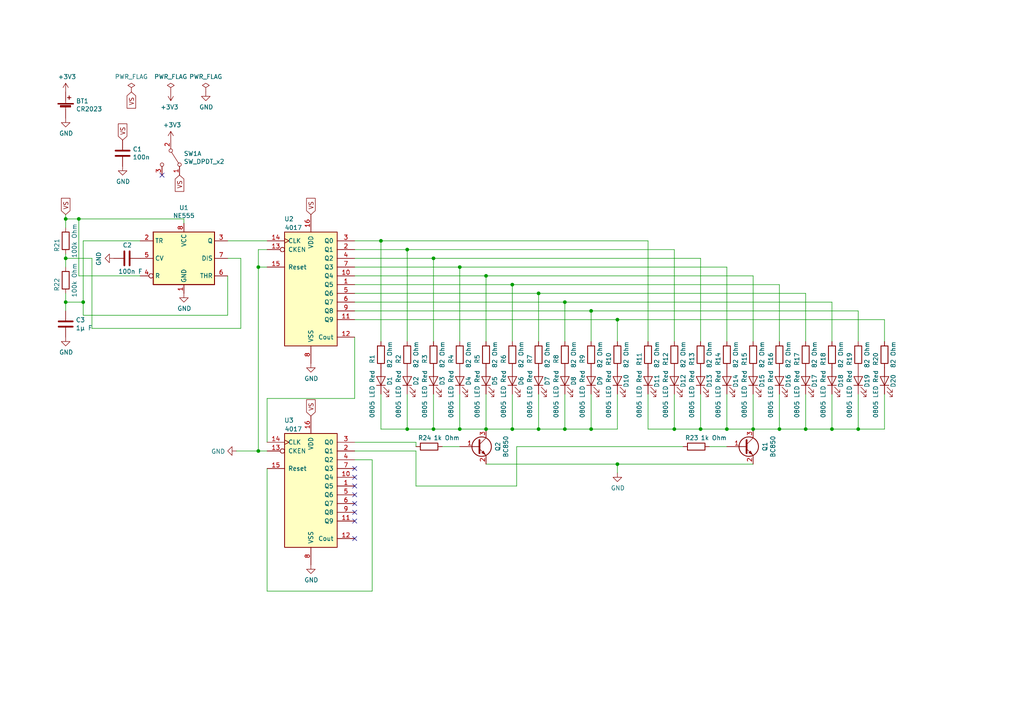
<source format=kicad_sch>
(kicad_sch (version 20250114) (generator "eeschema") (generator_version "9.0")
  (paper "A4")
  (title_block (title "SMD-Lauflicht") (date "2021-04-24") (rev "V1.0") (company "Binary Kitchen e.V."))
  (lib_symbols
    (symbol "4xxx:4017" (pin_names (offset 1.016))
      (property "Reference" "U" (at -7.62 16.51 0))
      (property "Value" "4xxx_4017" (at -7.62 -19.05 0))
      (symbol "4017_1_0"
        (pin input clock (at -12.7 12.7 0) (length 5.08) (name "CLK") (number "14"))
        (pin input inverted (at -12.7 10.16 0) (length 5.08) (name "CKEN") (number "13"))
        (pin input line (at -12.7 5.08 0) (length 5.08) (name "Reset") (number "15"))
        (pin power_in line (at 0 20.32 270) (length 5.08) (name "VDD") (number "16"))
        (pin power_in line (at 0 -22.86 90) (length 5.08) (name "VSS") (number "8"))
        (pin output line (at 12.7 12.7 180) (length 5.08) (name "Q0") (number "3"))
        (pin output line (at 12.7 10.16 180) (length 5.08) (name "Q1") (number "2"))
        (pin output line (at 12.7 7.62 180) (length 5.08) (name "Q2") (number "4"))
        (pin output line (at 12.7 5.08 180) (length 5.08) (name "Q3") (number "7"))
        (pin output line (at 12.7 2.54 180) (length 5.08) (name "Q4") (number "10"))
        (pin output line (at 12.7 0 180) (length 5.08) (name "Q5") (number "1"))
        (pin output line (at 12.7 -2.54 180) (length 5.08) (name "Q6") (number "5"))
        (pin output line (at 12.7 -5.08 180) (length 5.08) (name "Q7") (number "6"))
        (pin output line (at 12.7 -7.62 180) (length 5.08) (name "Q8") (number "9"))
        (pin output line (at 12.7 -10.16 180) (length 5.08) (name "Q9") (number "11"))
        (pin output line (at 12.7 -15.24 180) (length 5.08) (name "Cout") (number "12"))
      )
      (symbol "4017_1_1"
        (rectangle (start -7.62 15.24) (end 7.62 -17.78) (stroke (width 0.254)) (fill (type background)))
      )
    )
    (symbol "Device:Battery_Cell" (pin_numbers (hide yes)) (pin_names (offset 0) (hide yes))
      (property "Reference" "BT" (at 2.54 2.54 0))
      (property "Value" "Device_Battery_Cell" (at 2.54 0 0))
      (symbol "Battery_Cell_0_1"
        (rectangle (start -2.286 1.778) (end 2.286 1.524) (fill (type outline)))
        (rectangle (start -1.5748 1.1938) (end 1.4732 0.6858) (fill (type outline)))
        (polyline (pts (xy 0 1.778) (xy 0 2.54)))
        (polyline (pts (xy 0 0.762) (xy 0 0)))
        (polyline (pts (xy 0.508 3.429) (xy 1.524 3.429)) (stroke (width 0.254)))
        (polyline (pts (xy 1.016 3.937) (xy 1.016 2.921)) (stroke (width 0.254)))
      )
      (symbol "Battery_Cell_1_1"
        (pin passive line (at 0 5.08 270) (length 2.54) (name "+") (number "1"))
        (pin passive line (at 0 -2.54 90) (length 2.54) (name "-") (number "2"))
      )
    )
    (symbol "Device:C" (pin_numbers (hide yes)) (pin_names (offset 0.254))
      (property "Reference" "C" (at 0.635 2.54 0))
      (property "Value" "Device_C" (at 0.635 -2.54 0))
      (symbol "C_0_1"
        (polyline (pts (xy -2.032 0.762) (xy 2.032 0.762)) (stroke (width 0.508)))
        (polyline (pts (xy -2.032 -0.762) (xy 2.032 -0.762)) (stroke (width 0.508)))
      )
      (symbol "C_1_1"
        (pin passive line (at 0 3.81 270) (length 2.794) (name "~") (number "1"))
        (pin passive line (at 0 -3.81 90) (length 2.794) (name "~") (number "2"))
      )
    )
    (symbol "Device:LED" (pin_numbers (hide yes)) (pin_names (offset 1.016) (hide yes))
      (property "Reference" "D" (at 0 2.54 0))
      (property "Value" "Device_LED" (at 0 -2.54 0))
      (symbol "LED_0_1"
        (polyline (pts (xy -3.048 -0.762) (xy -4.572 -2.286) (xy -3.81 -2.286) (xy -4.572 -2.286) (xy -4.572 -1.524)))
        (polyline (pts (xy -1.778 -0.762) (xy -3.302 -2.286) (xy -2.54 -2.286) (xy -3.302 -2.286) (xy -3.302 -1.524)))
        (polyline (pts (xy -1.27 0) (xy 1.27 0)))
        (polyline (pts (xy -1.27 -1.27) (xy -1.27 1.27)) (stroke (width 0.2032)))
        (polyline (pts (xy 1.27 -1.27) (xy 1.27 1.27) (xy -1.27 0) (xy 1.27 -1.27)) (stroke (width 0.2032)))
      )
      (symbol "LED_1_1"
        (pin passive line (at -3.81 0 0) (length 2.54) (name "K") (number "1"))
        (pin passive line (at 3.81 0 180) (length 2.54) (name "A") (number "2"))
      )
    )
    (symbol "Device:R" (pin_numbers (hide yes)) (pin_names (offset 0))
      (property "Reference" "R" (at 2.032 0 90))
      (property "Value" "Device_R" (at 0 0 90))
      (symbol "R_0_1"
        (rectangle (start -1.016 -2.54) (end 1.016 2.54) (stroke (width 0.254)))
      )
      (symbol "R_1_1"
        (pin passive line (at 0 3.81 270) (length 1.27) (name "~") (number "1"))
        (pin passive line (at 0 -3.81 90) (length 1.27) (name "~") (number "2"))
      )
    )
    (symbol "Switch:SW_DPDT_x2" (pin_names (offset 0) (hide yes))
      (property "Reference" "SW" (at 0 4.318 0))
      (property "Value" "SW_DPDT_x2" (at 0 -5.08 0))
      (symbol "SW_DPDT_x2_0_0"
        (circle (center -2.032 0) (radius 0.508))
        (circle (center 2.032 -2.54) (radius 0.508))
      )
      (symbol "SW_DPDT_x2_0_1"
        (polyline (pts (xy -1.524 0.254) (xy 1.651 2.286)))
        (circle (center 2.032 2.54) (radius 0.508))
      )
      (symbol "SW_DPDT_x2_1_1"
        (pin passive line (at -5.08 0 0) (length 2.54) (name "B") (number "2"))
        (pin passive line (at 5.08 2.54 180) (length 2.54) (name "A") (number "1"))
        (pin passive line (at 5.08 -2.54 180) (length 2.54) (name "C") (number "3"))
      )
      (symbol "SW_DPDT_x2_2_1"
        (pin passive line (at -5.08 0 0) (length 2.54) (name "B") (number "5"))
        (pin passive line (at 5.08 2.54 180) (length 2.54) (name "A") (number "4"))
        (pin passive line (at 5.08 -2.54 180) (length 2.54) (name "C") (number "6"))
      )
    )
    (symbol "Timer:NE555"
      (property "Reference" "U" (at -10.16 8.89 0))
      (property "Value" "Timer_NE555" (at 2.54 8.89 0))
      (symbol "NE555_0_0"
        (pin power_in line (at 0 10.16 270) (length 2.54) (name "VCC") (number "8"))
        (pin power_in line (at 0 -10.16 90) (length 2.54) (name "GND") (number "1"))
      )
      (symbol "NE555_0_1"
        (rectangle (start -8.89 -7.62) (end 8.89 7.62) (stroke (width 0.254)) (fill (type background)))
        (rectangle (start -8.89 -7.62) (end 8.89 7.62) (stroke (width 0.254)) (fill (type background)))
      )
      (symbol "NE555_1_1"
        (pin input line (at -12.7 5.08 0) (length 3.81) (name "TR") (number "2"))
        (pin input line (at -12.7 0 0) (length 3.81) (name "CV") (number "5"))
        (pin input inverted (at -12.7 -5.08 0) (length 3.81) (name "R") (number "4"))
        (pin output line (at 12.7 5.08 180) (length 3.81) (name "Q") (number "3"))
        (pin input line (at 12.7 0 180) (length 3.81) (name "DIS") (number "7"))
        (pin input line (at 12.7 -5.08 180) (length 3.81) (name "THR") (number "6"))
      )
    )
    (symbol "Transistor_BJT:BC850" (pin_names (offset 0) (hide yes))
      (property "Reference" "Q" (at 5.08 1.905 0))
      (property "Value" "Transistor_BJT_BC850" (at 5.08 0 0))
      (symbol "BC850_0_1"
        (polyline (pts (xy 0.635 1.905) (xy 0.635 -1.905) (xy 0.635 -1.905)) (stroke (width 0.508)))
        (polyline (pts (xy 0.635 0.635) (xy 2.54 2.54)))
        (polyline (pts (xy 0.635 -0.635) (xy 2.54 -2.54) (xy 2.54 -2.54)))
        (circle (center 1.27 0) (radius 2.8194) (stroke (width 0.254)))
        (polyline (pts (xy 1.27 -1.778) (xy 1.778 -1.27) (xy 2.286 -2.286) (xy 1.27 -1.778) (xy 1.27 -1.778)) (fill (type outline)))
      )
      (symbol "BC850_1_1"
        (pin input line (at -5.08 0 0) (length 5.715) (name "B") (number "1"))
        (pin passive line (at 2.54 5.08 270) (length 2.54) (name "C") (number "3"))
        (pin passive line (at 2.54 -5.08 90) (length 2.54) (name "E") (number "2"))
      )
    )
    (symbol "power:+3.3V" (power) (pin_names (offset 0))
      (property "Value" "+3.3V" (at 0 3.556 0))
      (symbol "+3.3V_0_1"
        (polyline (pts (xy -0.762 1.27) (xy 0 2.54)))
        (polyline (pts (xy 0 2.54) (xy 0.762 1.27)))
        (polyline (pts (xy 0 0) (xy 0 2.54)))
      )
      (symbol "+3.3V_1_1"
        (pin power_in line (at 0 0 90) (length 0) (hide yes) (name "+3V3") (number "1"))
      )
    )
    (symbol "power:GND" (power) (pin_names (offset 0))
      (property "Value" "GND" (at 0 -3.81 0))
      (symbol "GND_0_1"
        (polyline (pts (xy 0 0) (xy 0 -1.27) (xy 1.27 -1.27) (xy 0 -2.54) (xy -1.27 -1.27) (xy 0 -1.27)))
      )
      (symbol "GND_1_1"
        (pin power_in line (at 0 0 270) (length 0) (hide yes) (name "GND") (number "1"))
      )
    )
    (symbol "power:PWR_FLAG" (power) (pin_numbers (hide yes)) (pin_names (offset 0) (hide yes))
      (property "Value" "PWR_FLAG" (at 0 3.81 0))
      (symbol "PWR_FLAG_0_0"
        (pin power_out line (at 0 0 90) (length 0) (name "pwr") (number "1"))
      )
      (symbol "PWR_FLAG_0_1"
        (polyline (pts (xy 0 0) (xy 0 1.27) (xy -1.016 1.905) (xy 0 2.54) (xy 1.016 1.905) (xy 0 1.27)))
      )
    )
  )
  (junction (at 203.2 124.46))
  (junction (at 19.05 87.63))
  (junction (at 148.59 82.55))
  (junction (at 133.35 77.47))
  (junction (at 171.45 124.46))
  (junction (at 118.11 124.46))
  (junction (at 140.97 80.01))
  (junction (at 156.21 124.46))
  (junction (at 19.05 74.93))
  (junction (at 226.06 124.46))
  (junction (at 179.07 92.71))
  (junction (at 210.82 124.46))
  (junction (at 195.58 124.46))
  (junction (at 241.3 124.46))
  (junction (at 74.93 130.81))
  (junction (at 110.49 69.85))
  (junction (at 233.68 124.46))
  (junction (at 148.59 124.46))
  (junction (at 140.97 124.46))
  (junction (at 19.05 63.5))
  (junction (at 24.13 87.63))
  (junction (at 156.21 85.09))
  (junction (at 179.07 134.62))
  (junction (at 171.45 90.17))
  (junction (at 118.11 72.39))
  (junction (at 133.35 124.46))
  (junction (at 248.92 124.46))
  (junction (at 125.73 124.46))
  (junction (at 22.86 63.5))
  (junction (at 163.83 87.63))
  (junction (at 125.73 74.93))
  (junction (at 74.93 77.47))
  (junction (at 218.44 124.46))
  (junction (at 163.83 124.46))
  (no_connect (at 102.87 135.89))
  (no_connect (at 102.87 151.13))
  (no_connect (at 102.87 146.05))
  (no_connect (at 102.87 140.97))
  (no_connect (at 46.99 50.8))
  (no_connect (at 102.87 148.59))
  (no_connect (at 102.87 156.21))
  (no_connect (at 102.87 143.51))
  (no_connect (at 102.87 138.43))
  (wire (pts (xy 102.87 128.27) (xy 120.65 128.27)))
  (wire (pts (xy 256.54 124.46) (xy 256.54 114.3)))
  (wire (pts (xy 218.44 99.06) (xy 218.44 80.01)))
  (wire (pts (xy 156.21 114.3) (xy 156.21 124.46)))
  (wire (pts (xy 19.05 74.93) (xy 19.05 77.47)))
  (wire (pts (xy 110.49 69.85) (xy 187.96 69.85)))
  (wire (pts (xy 195.58 124.46) (xy 203.2 124.46)))
  (wire (pts (xy 19.05 63.5) (xy 19.05 66.04)))
  (wire (pts (xy 125.73 99.06) (xy 125.73 74.93)))
  (wire (pts (xy 233.68 114.3) (xy 233.68 124.46)))
  (wire (pts (xy 19.05 62.23) (xy 19.05 63.5)))
  (wire (pts (xy 156.21 124.46) (xy 163.83 124.46)))
  (wire (pts (xy 203.2 99.06) (xy 203.2 74.93)))
  (wire (pts (xy 248.92 114.3) (xy 248.92 124.46)))
  (wire (pts (xy 125.73 114.3) (xy 125.73 124.46)))
  (wire (pts (xy 68.58 130.81) (xy 74.93 130.81)))
  (wire (pts (xy 102.87 82.55) (xy 148.59 82.55)))
  (wire (pts (xy 210.82 124.46) (xy 218.44 124.46)))
  (wire (pts (xy 133.35 114.3) (xy 133.35 124.46)))
  (wire (pts (xy 179.07 92.71) (xy 179.07 99.06)))
  (wire (pts (xy 171.45 114.3) (xy 171.45 124.46)))
  (wire (pts (xy 102.87 133.35) (xy 107.95 133.35)))
  (wire (pts (xy 140.97 99.06) (xy 140.97 80.01)))
  (wire (pts (xy 66.04 74.93) (xy 69.85 74.93)))
  (wire (pts (xy 149.86 129.54) (xy 149.86 140.97)))
  (wire (pts (xy 66.04 91.44) (xy 66.04 80.01)))
  (wire (pts (xy 120.65 140.97) (xy 120.65 130.81)))
  (wire (pts (xy 226.06 99.06) (xy 226.06 82.55)))
  (wire (pts (xy 256.54 92.71) (xy 256.54 99.06)))
  (wire (pts (xy 241.3 124.46) (xy 248.92 124.46)))
  (wire (pts (xy 102.87 90.17) (xy 171.45 90.17)))
  (wire (pts (xy 163.83 99.06) (xy 163.83 87.63)))
  (wire (pts (xy 187.96 114.3) (xy 187.96 124.46)))
  (wire (pts (xy 102.87 69.85) (xy 110.49 69.85)))
  (wire (pts (xy 19.05 87.63) (xy 19.05 90.17)))
  (wire (pts (xy 179.07 92.71) (xy 102.87 92.71)))
  (wire (pts (xy 179.07 124.46) (xy 179.07 114.3)))
  (wire (pts (xy 40.64 69.85) (xy 24.13 69.85)))
  (wire (pts (xy 74.93 77.47) (xy 74.93 72.39)))
  (wire (pts (xy 248.92 90.17) (xy 171.45 90.17)))
  (wire (pts (xy 128.27 129.54) (xy 133.35 129.54)))
  (wire (pts (xy 187.96 124.46) (xy 195.58 124.46)))
  (wire (pts (xy 156.21 99.06) (xy 156.21 85.09)))
  (wire (pts (xy 40.64 80.01) (xy 22.86 80.01)))
  (wire (pts (xy 110.49 99.06) (xy 110.49 69.85)))
  (wire (pts (xy 163.83 124.46) (xy 171.45 124.46)))
  (wire (pts (xy 179.07 134.62) (xy 218.44 134.62)))
  (wire (pts (xy 148.59 99.06) (xy 148.59 82.55)))
  (wire (pts (xy 163.83 87.63) (xy 102.87 87.63)))
  (wire (pts (xy 148.59 82.55) (xy 226.06 82.55)))
  (wire (pts (xy 148.59 114.3) (xy 148.59 124.46)))
  (wire (pts (xy 156.21 85.09) (xy 102.87 85.09)))
  (wire (pts (xy 77.47 115.57) (xy 77.47 128.27)))
  (wire (pts (xy 118.11 99.06) (xy 118.11 72.39)))
  (wire (pts (xy 210.82 114.3) (xy 210.82 124.46)))
  (wire (pts (xy 179.07 134.62) (xy 179.07 137.16)))
  (wire (pts (xy 77.47 77.47) (xy 74.93 77.47)))
  (wire (pts (xy 241.3 114.3) (xy 241.3 124.46)))
  (wire (pts (xy 171.45 124.46) (xy 179.07 124.46)))
  (wire (pts (xy 74.93 130.81) (xy 77.47 130.81)))
  (wire (pts (xy 22.86 63.5) (xy 19.05 63.5)))
  (wire (pts (xy 24.13 91.44) (xy 66.04 91.44)))
  (wire (pts (xy 110.49 124.46) (xy 118.11 124.46)))
  (wire (pts (xy 66.04 69.85) (xy 77.47 69.85)))
  (wire (pts (xy 19.05 73.66) (xy 19.05 74.93)))
  (wire (pts (xy 24.13 69.85) (xy 24.13 87.63)))
  (wire (pts (xy 163.83 114.3) (xy 163.83 124.46)))
  (wire (pts (xy 77.47 171.45) (xy 107.95 171.45)))
  (wire (pts (xy 210.82 77.47) (xy 133.35 77.47)))
  (wire (pts (xy 53.34 63.5) (xy 53.34 64.77)))
  (wire (pts (xy 120.65 128.27) (xy 120.65 129.54)))
  (wire (pts (xy 24.13 87.63) (xy 24.13 91.44)))
  (wire (pts (xy 102.87 97.79) (xy 102.87 115.57)))
  (wire (pts (xy 125.73 124.46) (xy 133.35 124.46)))
  (wire (pts (xy 22.86 80.01) (xy 22.86 63.5)))
  (wire (pts (xy 233.68 99.06) (xy 233.68 85.09)))
  (wire (pts (xy 218.44 124.46) (xy 226.06 124.46)))
  (wire (pts (xy 69.85 95.25) (xy 26.67 95.25)))
  (wire (pts (xy 187.96 99.06) (xy 187.96 69.85)))
  (wire (pts (xy 110.49 114.3) (xy 110.49 124.46)))
  (wire (pts (xy 118.11 72.39) (xy 195.58 72.39)))
  (wire (pts (xy 107.95 133.35) (xy 107.95 171.45)))
  (wire (pts (xy 210.82 129.54) (xy 205.74 129.54)))
  (wire (pts (xy 19.05 85.09) (xy 19.05 87.63)))
  (wire (pts (xy 19.05 74.93) (xy 26.67 74.93)))
  (wire (pts (xy 195.58 114.3) (xy 195.58 124.46)))
  (wire (pts (xy 179.07 92.71) (xy 256.54 92.71)))
  (wire (pts (xy 140.97 124.46) (xy 148.59 124.46)))
  (wire (pts (xy 210.82 99.06) (xy 210.82 77.47)))
  (wire (pts (xy 77.47 135.89) (xy 77.47 171.45)))
  (wire (pts (xy 203.2 74.93) (xy 125.73 74.93)))
  (wire (pts (xy 26.67 95.25) (xy 26.67 74.93)))
  (wire (pts (xy 248.92 124.46) (xy 256.54 124.46)))
  (wire (pts (xy 133.35 99.06) (xy 133.35 77.47)))
  (wire (pts (xy 53.34 63.5) (xy 22.86 63.5)))
  (wire (pts (xy 133.35 124.46) (xy 140.97 124.46)))
  (wire (pts (xy 218.44 114.3) (xy 218.44 124.46)))
  (wire (pts (xy 163.83 87.63) (xy 241.3 87.63)))
  (wire (pts (xy 140.97 134.62) (xy 179.07 134.62)))
  (wire (pts (xy 140.97 114.3) (xy 140.97 124.46)))
  (wire (pts (xy 226.06 124.46) (xy 233.68 124.46)))
  (wire (pts (xy 74.93 130.81) (xy 74.93 77.47)))
  (wire (pts (xy 233.68 124.46) (xy 241.3 124.46)))
  (wire (pts (xy 195.58 99.06) (xy 195.58 72.39)))
  (wire (pts (xy 74.93 72.39) (xy 77.47 72.39)))
  (wire (pts (xy 171.45 99.06) (xy 171.45 90.17)))
  (wire (pts (xy 203.2 114.3) (xy 203.2 124.46)))
  (wire (pts (xy 102.87 77.47) (xy 133.35 77.47)))
  (wire (pts (xy 241.3 99.06) (xy 241.3 87.63)))
  (wire (pts (xy 233.68 85.09) (xy 156.21 85.09)))
  (wire (pts (xy 118.11 124.46) (xy 125.73 124.46)))
  (wire (pts (xy 149.86 140.97) (xy 120.65 140.97)))
  (wire (pts (xy 102.87 115.57) (xy 77.47 115.57)))
  (wire (pts (xy 198.12 129.54) (xy 149.86 129.54)))
  (wire (pts (xy 118.11 114.3) (xy 118.11 124.46)))
  (wire (pts (xy 120.65 130.81) (xy 102.87 130.81)))
  (wire (pts (xy 203.2 124.46) (xy 210.82 124.46)))
  (wire (pts (xy 102.87 72.39) (xy 118.11 72.39)))
  (wire (pts (xy 248.92 99.06) (xy 248.92 90.17)))
  (wire (pts (xy 226.06 114.3) (xy 226.06 124.46)))
  (wire (pts (xy 140.97 80.01) (xy 218.44 80.01)))
  (wire (pts (xy 69.85 74.93) (xy 69.85 95.25)))
  (wire (pts (xy 102.87 74.93) (xy 125.73 74.93)))
  (wire (pts (xy 148.59 124.46) (xy 156.21 124.46)))
  (wire (pts (xy 24.13 87.63) (xy 19.05 87.63)))
  (wire (pts (xy 102.87 80.01) (xy 140.97 80.01)))
  (global_label "VS" (shape input) (at 19.05 62.23 90) (property "Intersheetrefs" "${INTERSHEET_REFS}" (effects (hide yes))) (property "Referenzen zwischen Schaltplänen" "${INTERSHEET_REFS}" (effects (hide yes))))
  (global_label "VS" (shape input) (at 38.1 26.67 270) (property "Intersheetrefs" "${INTERSHEET_REFS}" (effects (hide yes))) (property "Referenzen zwischen Schaltplänen" "${INTERSHEET_REFS}" (effects (hide yes))))
  (global_label "VS" (shape input) (at 35.56 40.64 90) (property "Intersheetrefs" "${INTERSHEET_REFS}" (effects (hide yes))) (property "Referenzen zwischen Schaltplänen" "${INTERSHEET_REFS}" (effects (hide yes))))
  (global_label "VS" (shape input) (at 52.07 50.8 270) (property "Intersheetrefs" "${INTERSHEET_REFS}" (effects (hide yes))) (property "Referenzen zwischen Schaltplänen" "${INTERSHEET_REFS}" (effects (hide yes))))
  (global_label "VS" (shape input) (at 90.17 62.23 90) (property "Intersheetrefs" "${INTERSHEET_REFS}" (effects (hide yes))) (property "Referenzen zwischen Schaltplänen" "${INTERSHEET_REFS}" (effects (hide yes))))
  (global_label "VS" (shape input) (at 90.17 120.65 90) (property "Intersheetrefs" "${INTERSHEET_REFS}" (effects (hide yes))) (property "Referenzen zwischen Schaltplänen" "${INTERSHEET_REFS}" (effects (hide yes))))
  (symbol (lib_id "Timer:NE555") (at 53.34 74.93 0) (unit 1)
    (property "Reference" "U1" (at 53.34 60.2488 0))
    (property "Value" "NE555" (at 53.34 62.5602 0))
    (property "Footprint" "Package_SO:SOIC-8_3.9x4.9mm_P1.27mm" (effects (hide yes)))
    (property "Datasheet" "http://www.ti.com/lit/ds/symlink/ne555.pdf" (effects (hide yes)))
  )
  (symbol (lib_id "4xxx:4017") (at 90.17 82.55 0) (unit 1)
    (property "Reference" "U2" (at 83.82 63.5 0))
    (property "Value" "4017" (at 85.09 66.04 0))
    (property "Footprint" "Binary_Kitchen:SOP-16_4.4x10.4mm_P1.27mm_simple_drawing" (effects (hide yes)))
    (property "Datasheet" "http://www.intersil.com/content/dam/Intersil/documents/cd40/cd4017bms-22bms.pdf" (effects (hide yes)))
  )
  (symbol (lib_id "Device:C") (at 35.56 44.45 180) (unit 1)
    (property "Reference" "C1" (at 38.481 43.2816 0) (effects (justify right)))
    (property "Value" "100n" (at 38.481 45.593 0) (effects (justify right)))
    (property "Footprint" "Capacitor_SMD:C_0805_2012Metric_Pad1.15x1.40mm_HandSolder" (effects (hide yes)))
  )
  (symbol (lib_id "power:GND") (at 35.56 48.26 0) (unit 1)
    (property "Reference" "#PWR0101" (effects (hide yes)))
    (property "Value" "GND" (at 35.687 52.6542 0))
  )
  (symbol (lib_id "power:PWR_FLAG") (at 59.69 26.67 0) (unit 1)
    (property "Reference" "#FLG0101" (effects (hide yes)))
    (property "Value" "PWR_FLAG" (at 59.69 22.2504 0))
  )
  (symbol (lib_id "power:GND") (at 59.69 26.67 0) (unit 1)
    (property "Reference" "#PWR0103" (effects (hide yes)))
    (property "Value" "GND" (at 59.817 31.0642 0))
  )
  (symbol (lib_id "power:GND") (at 53.34 85.09 0) (unit 1)
    (property "Reference" "#PWR0105" (effects (hide yes)))
    (property "Value" "GND" (at 53.467 89.4842 0))
  )
  (symbol (lib_id "power:GND") (at 90.17 105.41 0) (unit 1)
    (property "Reference" "#PWR0106" (effects (hide yes)))
    (property "Value" "GND" (at 90.297 109.8042 0))
  )
  (symbol (lib_id "power:PWR_FLAG") (at 49.53 26.67 0) (unit 1)
    (property "Reference" "#FLG0102" (effects (hide yes)))
    (property "Value" "PWR_FLAG" (at 49.53 22.2504 0))
  )
  (symbol (lib_id "power:+3.3V") (at 49.53 26.67 180) (unit 1)
    (property "Reference" "#PWR0116" (effects (hide yes)))
    (property "Value" "+3V3" (at 49.149 31.0642 0))
  )
  (symbol (lib_id "power:PWR_FLAG") (at 38.1 26.67 0) (unit 1)
    (property "Reference" "#FLG0103" (effects (hide yes)))
    (property "Value" "PWR_FLAG" (at 38.1 22.2504 0))
  )
  (symbol (lib_id "Switch:SW_DPDT_x2") (at 49.53 45.72 270) (unit 1)
    (property "Reference" "SW1" (at 53.2892 44.5516 90) (effects (justify left)))
    (property "Value" "SW_DPDT_x2" (at 53.2892 46.863 90) (effects (justify left)))
    (property "Footprint" "Binary_Kitchen:smd_switch_slide" (effects (hide yes)))
  )
  (symbol (lib_id "power:+3.3V") (at 49.53 40.64 0) (unit 1)
    (property "Reference" "#PWR0104" (effects (hide yes)))
    (property "Value" "+3V3" (at 49.911 36.2458 0))
  )
  (symbol (lib_id "Device:Battery_Cell") (at 19.05 31.75 0) (unit 1)
    (property "Reference" "BT1" (at 22.0472 29.3116 0) (effects (justify left)))
    (property "Value" "CR2023" (at 22.0472 31.623 0) (effects (justify left)))
    (property "Footprint" "Battery:BatteryHolder_Keystone_1060_1x2032" (effects (hide yes)))
  )
  (symbol (lib_id "power:GND") (at 19.05 34.29 0) (unit 1)
    (property "Reference" "#PWR0114" (effects (hide yes)))
    (property "Value" "GND" (at 19.177 38.6842 0))
  )
  (symbol (lib_id "power:+3.3V") (at 19.05 26.67 0) (unit 1)
    (property "Reference" "#PWR0115" (effects (hide yes)))
    (property "Value" "+3V3" (at 19.431 22.2758 0))
  )
  (symbol (lib_id "4xxx:4017") (at 90.17 140.97 0) (unit 1)
    (property "Reference" "U3" (at 83.82 121.92 0))
    (property "Value" "4017" (at 85.09 124.46 0))
    (property "Footprint" "Binary_Kitchen:SOP-16_4.4x10.4mm_P1.27mm_simple_drawing" (effects (hide yes)))
    (property "Datasheet" "http://www.intersil.com/content/dam/Intersil/documents/cd40/cd4017bms-22bms.pdf" (effects (hide yes)))
  )
  (symbol (lib_id "power:GND") (at 68.58 130.81 270) (unit 1)
    (property "Reference" "#PWR05" (effects (hide yes)))
    (property "Value" "GND" (at 65.3288 130.937 90) (effects (justify right)))
  )
  (symbol (lib_id "power:GND") (at 90.17 163.83 0) (unit 1)
    (property "Reference" "#PWR06" (effects (hide yes)))
    (property "Value" "GND" (at 90.297 168.2242 0))
  )
  (symbol (lib_id "Device:LED") (at 110.49 110.49 90) (unit 1)
    (property "Reference" "D1" (at 113.03 110.49 0))
    (property "Value" "0805 LED Red" (at 107.95 114.3 0))
    (property "Footprint" "Binary_Kitchen:LED_0805_2012Metric_Pad1.15x1.40mm_HandSolder_simple_drawing" (effects (hide yes)))
  )
  (symbol (lib_id "Device:LED") (at 187.96 110.49 90) (unit 1)
    (property "Reference" "D11" (at 190.5 110.49 0))
    (property "Value" "0805 LED Red" (at 185.42 114.3 0))
    (property "Footprint" "Binary_Kitchen:LED_0805_2012Metric_Pad1.15x1.40mm_HandSolder_simple_drawing" (effects (hide yes)))
  )
  (symbol (lib_id "Device:R") (at 187.96 102.87 0) (unit 1)
    (property "Reference" "R11" (at 185.42 104.14 90))
    (property "Value" "82 Ohm" (at 190.5 102.87 90))
    (property "Footprint" "Binary_Kitchen:R_0603_1608Metric_Pad1.05x0.95mm_HandSolder" (effects (hide yes)))
  )
  (symbol (lib_id "Device:LED") (at 195.58 110.49 90) (unit 1)
    (property "Reference" "D12" (at 198.12 110.49 0))
    (property "Value" "0805 LED Red" (at 193.04 114.3 0))
    (property "Footprint" "Binary_Kitchen:LED_0805_2012Metric_Pad1.15x1.40mm_HandSolder_simple_drawing" (effects (hide yes)))
  )
  (symbol (lib_id "Device:R") (at 195.58 102.87 0) (unit 1)
    (property "Reference" "R12" (at 193.04 104.14 90))
    (property "Value" "82 Ohm" (at 198.12 102.87 90))
    (property "Footprint" "Binary_Kitchen:R_0603_1608Metric_Pad1.05x0.95mm_HandSolder" (effects (hide yes)))
  )
  (symbol (lib_id "Device:LED") (at 203.2 110.49 90) (unit 1)
    (property "Reference" "D13" (at 205.74 110.49 0))
    (property "Value" "0805 LED Red" (at 200.66 114.3 0))
    (property "Footprint" "Binary_Kitchen:LED_0805_2012Metric_Pad1.15x1.40mm_HandSolder_simple_drawing" (effects (hide yes)))
  )
  (symbol (lib_id "Device:R") (at 203.2 102.87 0) (unit 1)
    (property "Reference" "R13" (at 200.66 104.14 90))
    (property "Value" "82 Ohm" (at 205.74 102.87 90))
    (property "Footprint" "Binary_Kitchen:R_0603_1608Metric_Pad1.05x0.95mm_HandSolder" (effects (hide yes)))
  )
  (symbol (lib_id "Device:LED") (at 210.82 110.49 90) (unit 1)
    (property "Reference" "D14" (at 213.36 110.49 0))
    (property "Value" "0805 LED Red" (at 208.28 114.3 0))
    (property "Footprint" "Binary_Kitchen:LED_0805_2012Metric_Pad1.15x1.40mm_HandSolder_simple_drawing" (effects (hide yes)))
  )
  (symbol (lib_id "Device:R") (at 210.82 102.87 0) (unit 1)
    (property "Reference" "R14" (at 208.28 104.14 90))
    (property "Value" "82 Ohm" (at 213.36 102.87 90))
    (property "Footprint" "Binary_Kitchen:R_0603_1608Metric_Pad1.05x0.95mm_HandSolder" (effects (hide yes)))
  )
  (symbol (lib_id "Device:LED") (at 218.44 110.49 90) (unit 1)
    (property "Reference" "D15" (at 220.98 110.49 0))
    (property "Value" "0805 LED Red" (at 215.9 114.3 0))
    (property "Footprint" "Binary_Kitchen:LED_0805_2012Metric_Pad1.15x1.40mm_HandSolder_simple_drawing" (effects (hide yes)))
  )
  (symbol (lib_id "Device:R") (at 218.44 102.87 0) (unit 1)
    (property "Reference" "R15" (at 215.9 104.14 90))
    (property "Value" "82 Ohm" (at 220.98 102.87 90))
    (property "Footprint" "Binary_Kitchen:R_0603_1608Metric_Pad1.05x0.95mm_HandSolder" (effects (hide yes)))
  )
  (symbol (lib_id "Device:LED") (at 226.06 110.49 90) (unit 1)
    (property "Reference" "D16" (at 228.6 110.49 0))
    (property "Value" "0805 LED Red" (at 223.52 114.3 0))
    (property "Footprint" "Binary_Kitchen:LED_0805_2012Metric_Pad1.15x1.40mm_HandSolder_simple_drawing" (effects (hide yes)))
  )
  (symbol (lib_id "Device:R") (at 226.06 102.87 0) (unit 1)
    (property "Reference" "R16" (at 223.52 104.14 90))
    (property "Value" "82 Ohm" (at 228.6 102.87 90))
    (property "Footprint" "Binary_Kitchen:R_0603_1608Metric_Pad1.05x0.95mm_HandSolder" (effects (hide yes)))
  )
  (symbol (lib_id "Device:LED") (at 233.68 110.49 90) (unit 1)
    (property "Reference" "D17" (at 236.22 110.49 0))
    (property "Value" "0805 LED Red" (at 231.14 114.3 0))
    (property "Footprint" "Binary_Kitchen:LED_0805_2012Metric_Pad1.15x1.40mm_HandSolder_simple_drawing" (effects (hide yes)))
  )
  (symbol (lib_id "Device:R") (at 233.68 102.87 0) (unit 1)
    (property "Reference" "R17" (at 231.14 104.14 90))
    (property "Value" "82 Ohm" (at 236.22 102.87 90))
    (property "Footprint" "Binary_Kitchen:R_0603_1608Metric_Pad1.05x0.95mm_HandSolder" (effects (hide yes)))
  )
  (symbol (lib_id "Device:LED") (at 241.3 110.49 90) (unit 1)
    (property "Reference" "D18" (at 243.84 110.49 0))
    (property "Value" "0805 LED Red" (at 238.76 114.3 0))
    (property "Footprint" "Binary_Kitchen:LED_0805_2012Metric_Pad1.15x1.40mm_HandSolder_simple_drawing" (effects (hide yes)))
  )
  (symbol (lib_id "Device:R") (at 241.3 102.87 0) (unit 1)
    (property "Reference" "R18" (at 238.76 104.14 90))
    (property "Value" "82 Ohm" (at 243.84 102.87 90))
    (property "Footprint" "Binary_Kitchen:R_0603_1608Metric_Pad1.05x0.95mm_HandSolder" (effects (hide yes)))
  )
  (symbol (lib_id "Device:LED") (at 248.92 110.49 90) (unit 1)
    (property "Reference" "D19" (at 251.46 110.49 0))
    (property "Value" "0805 LED Red" (at 246.38 114.3 0))
    (property "Footprint" "Binary_Kitchen:LED_0805_2012Metric_Pad1.15x1.40mm_HandSolder_simple_drawing" (effects (hide yes)))
  )
  (symbol (lib_id "Device:R") (at 248.92 102.87 0) (unit 1)
    (property "Reference" "R19" (at 246.38 104.14 90))
    (property "Value" "82 Ohm" (at 251.46 102.87 90))
    (property "Footprint" "Binary_Kitchen:R_0603_1608Metric_Pad1.05x0.95mm_HandSolder" (effects (hide yes)))
  )
  (symbol (lib_id "Device:LED") (at 256.54 110.49 90) (unit 1)
    (property "Reference" "D20" (at 259.08 110.49 0))
    (property "Value" "0805 LED Red" (at 254 114.3 0))
    (property "Footprint" "Binary_Kitchen:LED_0805_2012Metric_Pad1.15x1.40mm_HandSolder_simple_drawing" (effects (hide yes)))
  )
  (symbol (lib_id "Device:R") (at 256.54 102.87 0) (unit 1)
    (property "Reference" "R20" (at 254 104.14 90))
    (property "Value" "82 Ohm" (at 259.08 102.87 90))
    (property "Footprint" "Binary_Kitchen:R_0603_1608Metric_Pad1.05x0.95mm_HandSolder" (effects (hide yes)))
  )
  (symbol (lib_id "Device:C") (at 19.05 93.98 180) (unit 1)
    (property "Reference" "C3" (at 21.971 92.8116 0) (effects (justify right)))
    (property "Value" "1µ F" (at 21.971 95.123 0) (effects (justify right)))
    (property "Footprint" "Capacitor_SMD:C_0805_2012Metric_Pad1.15x1.40mm_HandSolder" (effects (hide yes)))
  )
  (symbol (lib_id "power:GND") (at 179.07 137.16 0) (unit 1)
    (property "Reference" "#PWR03" (effects (hide yes)))
    (property "Value" "GND" (at 179.197 141.5542 0))
  )
  (symbol (lib_id "Device:R") (at 19.05 69.85 0) (unit 1)
    (property "Reference" "R21" (at 16.51 71.12 90))
    (property "Value" "100k Ohm" (at 21.59 69.85 90))
    (property "Footprint" "Binary_Kitchen:R_0805_2012Metric_Pad1.15x1.40mm_HandSolder" (effects (hide yes)))
  )
  (symbol (lib_id "Device:R") (at 19.05 81.28 0) (unit 1)
    (property "Reference" "R22" (at 16.51 82.55 90))
    (property "Value" "100k Ohm" (at 21.59 81.28 90))
    (property "Footprint" "Binary_Kitchen:R_0805_2012Metric_Pad1.15x1.40mm_HandSolder" (effects (hide yes)))
  )
  (symbol (lib_id "power:GND") (at 19.05 97.79 0) (unit 1)
    (property "Reference" "#PWR01" (effects (hide yes)))
    (property "Value" "GND" (at 19.177 102.1842 0))
  )
  (symbol (lib_id "Device:C") (at 36.83 74.93 90) (unit 1)
    (property "Reference" "C2" (at 35.56 71.12 90) (effects (justify right)))
    (property "Value" "100n F" (at 34.29 78.74 90) (effects (justify right)))
    (property "Footprint" "Capacitor_SMD:C_0805_2012Metric_Pad1.15x1.40mm_HandSolder" (effects (hide yes)))
  )
  (symbol (lib_id "power:GND") (at 33.02 74.93 270) (unit 1)
    (property "Reference" "#PWR02" (effects (hide yes)))
    (property "Value" "GND" (at 28.6258 75.057 0))
  )
  (symbol (lib_id "Device:R") (at 124.46 129.54 270) (unit 1)
    (property "Reference" "R24" (at 123.19 127 90))
    (property "Value" "1k Ohm" (at 129.54 127 90))
    (property "Footprint" "Binary_Kitchen:R_0603_1608Metric_Pad1.05x0.95mm_HandSolder" (effects (hide yes)))
  )
  (symbol (lib_id "Device:R") (at 201.93 129.54 270) (unit 1)
    (property "Reference" "R23" (at 200.66 127 90))
    (property "Value" "1k Ohm" (at 207.01 127 90))
    (property "Footprint" "Binary_Kitchen:R_0603_1608Metric_Pad1.05x0.95mm_HandSolder" (effects (hide yes)))
  )
  (symbol (lib_id "Transistor_BJT:BC850") (at 215.9 129.54 0) (unit 1)
    (property "Reference" "Q1" (at 221.869 129.54 90))
    (property "Value" "BC850" (at 224.1804 129.54 90))
    (property "Footprint" "Package_TO_SOT_SMD:SOT-23" (effects (hide yes)))
    (property "Datasheet" "http://www.infineon.com/dgdl/Infineon-BC847SERIES_BC848SERIES_BC849SERIES_BC850SERIES-DS-v01_01-en.pdf?fileId=db3a304314dca389011541d4630a1657" (effects (hide yes)))
  )
  (symbol (lib_id "Transistor_BJT:BC850") (at 138.43 129.54 0) (unit 1)
    (property "Reference" "Q2" (at 144.399 129.54 90))
    (property "Value" "BC850" (at 146.7104 129.54 90))
    (property "Footprint" "Package_TO_SOT_SMD:SOT-23" (effects (hide yes)))
    (property "Datasheet" "http://www.infineon.com/dgdl/Infineon-BC847SERIES_BC848SERIES_BC849SERIES_BC850SERIES-DS-v01_01-en.pdf?fileId=db3a304314dca389011541d4630a1657" (effects (hide yes)))
  )
  (symbol (lib_id "Device:R") (at 110.49 102.87 0) (unit 1)
    (property "Reference" "R1" (at 107.95 104.14 90))
    (property "Value" "82 Ohm" (at 113.03 102.87 90))
    (property "Footprint" "Binary_Kitchen:R_0603_1608Metric_Pad1.05x0.95mm_HandSolder" (effects (hide yes)))
  )
  (symbol (lib_id "Device:LED") (at 118.11 110.49 90) (unit 1)
    (property "Reference" "D2" (at 120.65 110.49 0))
    (property "Value" "0805 LED Red" (at 115.57 114.3 0))
    (property "Footprint" "Binary_Kitchen:LED_0805_2012Metric_Pad1.15x1.40mm_HandSolder_simple_drawing" (effects (hide yes)))
  )
  (symbol (lib_id "Device:R") (at 118.11 102.87 0) (unit 1)
    (property "Reference" "R2" (at 115.57 104.14 90))
    (property "Value" "82 Ohm" (at 120.65 102.87 90))
    (property "Footprint" "Binary_Kitchen:R_0603_1608Metric_Pad1.05x0.95mm_HandSolder" (effects (hide yes)))
  )
  (symbol (lib_id "Device:LED") (at 125.73 110.49 90) (unit 1)
    (property "Reference" "D3" (at 128.27 110.49 0))
    (property "Value" "0805 LED Red" (at 123.19 114.3 0))
    (property "Footprint" "Binary_Kitchen:LED_0805_2012Metric_Pad1.15x1.40mm_HandSolder_simple_drawing" (effects (hide yes)))
  )
  (symbol (lib_id "Device:R") (at 125.73 102.87 0) (unit 1)
    (property "Reference" "R3" (at 123.19 104.14 90))
    (property "Value" "82 Ohm" (at 128.27 102.87 90))
    (property "Footprint" "Binary_Kitchen:R_0603_1608Metric_Pad1.05x0.95mm_HandSolder" (effects (hide yes)))
  )
  (symbol (lib_id "Device:LED") (at 133.35 110.49 90) (unit 1)
    (property "Reference" "D4" (at 135.89 110.49 0))
    (property "Value" "0805 LED Red" (at 130.81 114.3 0))
    (property "Footprint" "Binary_Kitchen:LED_0805_2012Metric_Pad1.15x1.40mm_HandSolder_simple_drawing" (effects (hide yes)))
  )
  (symbol (lib_id "Device:R") (at 133.35 102.87 0) (unit 1)
    (property "Reference" "R4" (at 130.81 104.14 90))
    (property "Value" "82 Ohm" (at 135.89 102.87 90))
    (property "Footprint" "Binary_Kitchen:R_0603_1608Metric_Pad1.05x0.95mm_HandSolder" (effects (hide yes)))
  )
  (symbol (lib_id "Device:LED") (at 140.97 110.49 90) (unit 1)
    (property "Reference" "D5" (at 143.51 110.49 0))
    (property "Value" "0805 LED Red" (at 138.43 114.3 0))
    (property "Footprint" "Binary_Kitchen:LED_0805_2012Metric_Pad1.15x1.40mm_HandSolder_simple_drawing" (effects (hide yes)))
  )
  (symbol (lib_id "Device:R") (at 140.97 102.87 0) (unit 1)
    (property "Reference" "R5" (at 138.43 104.14 90))
    (property "Value" "82 Ohm" (at 143.51 102.87 90))
    (property "Footprint" "Binary_Kitchen:R_0603_1608Metric_Pad1.05x0.95mm_HandSolder" (effects (hide yes)))
  )
  (symbol (lib_id "Device:LED") (at 148.59 110.49 90) (unit 1)
    (property "Reference" "D6" (at 151.13 110.49 0))
    (property "Value" "0805 LED Red" (at 146.05 114.3 0))
    (property "Footprint" "Binary_Kitchen:LED_0805_2012Metric_Pad1.15x1.40mm_HandSolder_simple_drawing" (effects (hide yes)))
  )
  (symbol (lib_id "Device:R") (at 148.59 102.87 0) (unit 1)
    (property "Reference" "R6" (at 146.05 104.14 90))
    (property "Value" "82 Ohm" (at 151.13 102.87 90))
    (property "Footprint" "Binary_Kitchen:R_0603_1608Metric_Pad1.05x0.95mm_HandSolder" (effects (hide yes)))
  )
  (symbol (lib_id "Device:LED") (at 156.21 110.49 90) (unit 1)
    (property "Reference" "D7" (at 158.75 110.49 0))
    (property "Value" "0805 LED Red" (at 153.67 114.3 0))
    (property "Footprint" "Binary_Kitchen:LED_0805_2012Metric_Pad1.15x1.40mm_HandSolder_simple_drawing" (effects (hide yes)))
  )
  (symbol (lib_id "Device:R") (at 156.21 102.87 0) (unit 1)
    (property "Reference" "R7" (at 153.67 104.14 90))
    (property "Value" "82 Ohm" (at 158.75 102.87 90))
    (property "Footprint" "Binary_Kitchen:R_0603_1608Metric_Pad1.05x0.95mm_HandSolder" (effects (hide yes)))
  )
  (symbol (lib_id "Device:LED") (at 163.83 110.49 90) (unit 1)
    (property "Reference" "D8" (at 166.37 110.49 0))
    (property "Value" "0805 LED Red" (at 161.29 114.3 0))
    (property "Footprint" "Binary_Kitchen:LED_0805_2012Metric_Pad1.15x1.40mm_HandSolder_simple_drawing" (effects (hide yes)))
  )
  (symbol (lib_id "Device:R") (at 163.83 102.87 0) (unit 1)
    (property "Reference" "R8" (at 161.29 104.14 90))
    (property "Value" "82 Ohm" (at 166.37 102.87 90))
    (property "Footprint" "Binary_Kitchen:R_0603_1608Metric_Pad1.05x0.95mm_HandSolder" (effects (hide yes)))
  )
  (symbol (lib_id "Device:LED") (at 171.45 110.49 90) (unit 1)
    (property "Reference" "D9" (at 173.99 110.49 0))
    (property "Value" "0805 LED Red" (at 168.91 114.3 0))
    (property "Footprint" "Binary_Kitchen:LED_0805_2012Metric_Pad1.15x1.40mm_HandSolder_simple_drawing" (effects (hide yes)))
  )
  (symbol (lib_id "Device:R") (at 171.45 102.87 0) (unit 1)
    (property "Reference" "R9" (at 168.91 104.14 90))
    (property "Value" "82 Ohm" (at 173.99 102.87 90))
    (property "Footprint" "Binary_Kitchen:R_0603_1608Metric_Pad1.05x0.95mm_HandSolder" (effects (hide yes)))
  )
  (symbol (lib_id "Device:LED") (at 179.07 110.49 90) (unit 1)
    (property "Reference" "D10" (at 181.61 110.49 0))
    (property "Value" "0805 LED Red" (at 176.53 114.3 0))
    (property "Footprint" "Binary_Kitchen:LED_0805_2012Metric_Pad1.15x1.40mm_HandSolder_simple_drawing" (effects (hide yes)))
  )
  (symbol (lib_id "Device:R") (at 179.07 102.87 0) (unit 1)
    (property "Reference" "R10" (at 176.53 104.14 90))
    (property "Value" "82 Ohm" (at 181.61 102.87 90))
    (property "Footprint" "Binary_Kitchen:R_0603_1608Metric_Pad1.05x0.95mm_HandSolder" (effects (hide yes)))
  )
)
</source>
